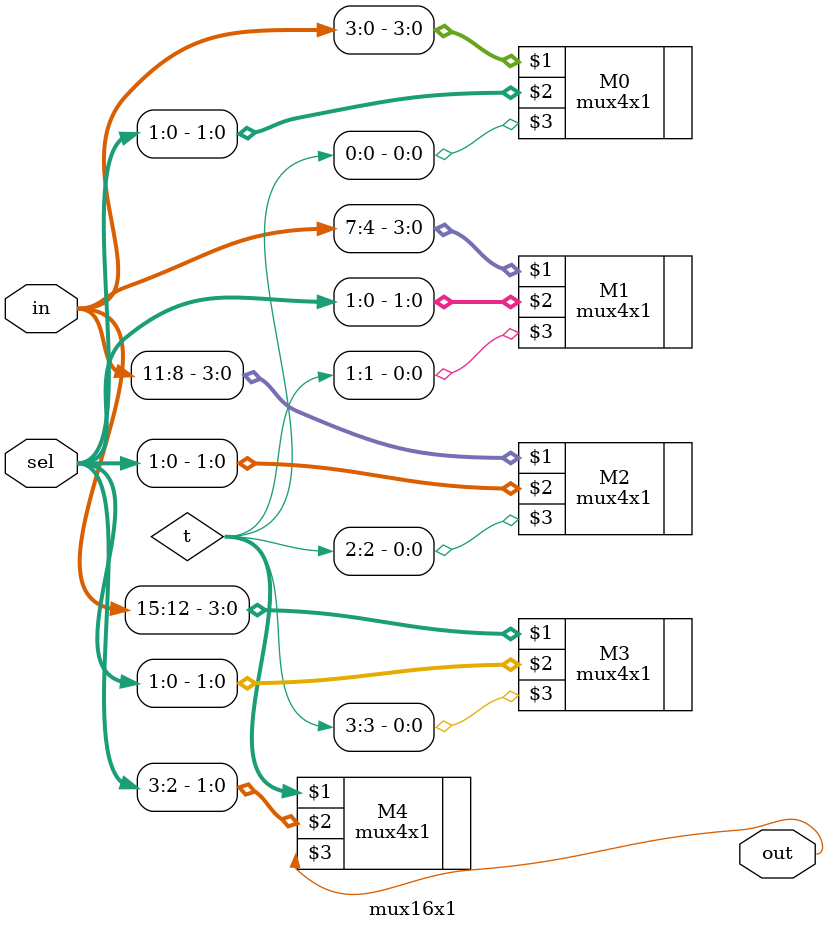
<source format=v>
`include "./Mux4x1.v"
`include "./Mux2x1.v"

module mux16x1(in,sel,out);
  input [15:0] in;
  input [3:0] sel;
  output out;
  wire [3:0] t;

  mux4x1 M0 (in[3:0],sel[1:0],t[0]);
  mux4x1 M1 (in[7:4],sel[1:0],t[1]);
  mux4x1 M2 (in[11:8],sel[1:0],t[2]);
  mux4x1 M3 (in[15:12],sel[1:0],t[3]);
  mux4x1 M4 (t,sel[3:2],out);
endmodule

</source>
